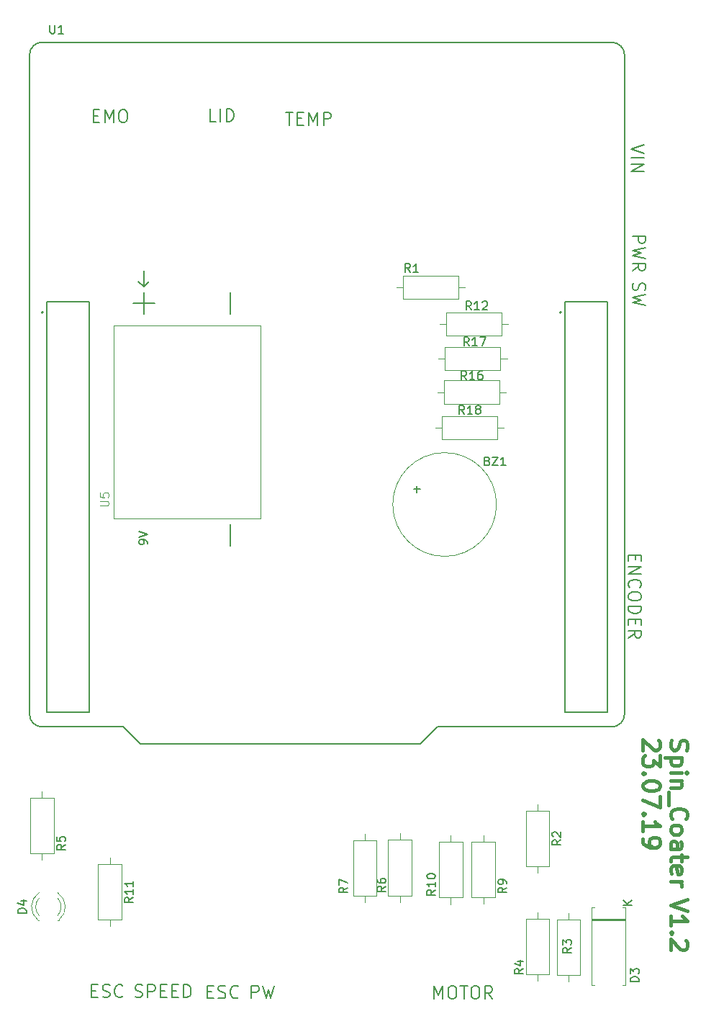
<source format=gbr>
%TF.GenerationSoftware,KiCad,Pcbnew,(7.0.0-0)*%
%TF.CreationDate,2023-07-19T10:46:02+09:00*%
%TF.ProjectId,Spct,53706374-2e6b-4696-9361-645f70636258,rev?*%
%TF.SameCoordinates,PX2540608PY1ee3f58*%
%TF.FileFunction,Legend,Top*%
%TF.FilePolarity,Positive*%
%FSLAX46Y46*%
G04 Gerber Fmt 4.6, Leading zero omitted, Abs format (unit mm)*
G04 Created by KiCad (PCBNEW (7.0.0-0)) date 2023-07-19 10:46:02*
%MOMM*%
%LPD*%
G01*
G04 APERTURE LIST*
%ADD10C,0.200000*%
%ADD11C,0.400000*%
%ADD12C,0.100000*%
%ADD13C,0.150000*%
%ADD14C,0.120000*%
%ADD15C,0.127000*%
G04 APERTURE END LIST*
D10*
X79199028Y-12354257D02*
X77699028Y-12854257D01*
X77699028Y-12854257D02*
X79199028Y-13354257D01*
X77699028Y-13854256D02*
X79199028Y-13854256D01*
X77699028Y-14568542D02*
X79199028Y-14568542D01*
X79199028Y-14568542D02*
X77699028Y-15425685D01*
X77699028Y-15425685D02*
X79199028Y-15425685D01*
D11*
X82413076Y-82340752D02*
X82317838Y-82626466D01*
X82317838Y-82626466D02*
X82317838Y-83102657D01*
X82317838Y-83102657D02*
X82413076Y-83293133D01*
X82413076Y-83293133D02*
X82508314Y-83388371D01*
X82508314Y-83388371D02*
X82698790Y-83483609D01*
X82698790Y-83483609D02*
X82889266Y-83483609D01*
X82889266Y-83483609D02*
X83079742Y-83388371D01*
X83079742Y-83388371D02*
X83174980Y-83293133D01*
X83174980Y-83293133D02*
X83270219Y-83102657D01*
X83270219Y-83102657D02*
X83365457Y-82721704D01*
X83365457Y-82721704D02*
X83460695Y-82531228D01*
X83460695Y-82531228D02*
X83555933Y-82435990D01*
X83555933Y-82435990D02*
X83746409Y-82340752D01*
X83746409Y-82340752D02*
X83936885Y-82340752D01*
X83936885Y-82340752D02*
X84127361Y-82435990D01*
X84127361Y-82435990D02*
X84222600Y-82531228D01*
X84222600Y-82531228D02*
X84317838Y-82721704D01*
X84317838Y-82721704D02*
X84317838Y-83197895D01*
X84317838Y-83197895D02*
X84222600Y-83483609D01*
X83651171Y-84340752D02*
X81651171Y-84340752D01*
X83555933Y-84340752D02*
X83651171Y-84531228D01*
X83651171Y-84531228D02*
X83651171Y-84912181D01*
X83651171Y-84912181D02*
X83555933Y-85102657D01*
X83555933Y-85102657D02*
X83460695Y-85197895D01*
X83460695Y-85197895D02*
X83270219Y-85293133D01*
X83270219Y-85293133D02*
X82698790Y-85293133D01*
X82698790Y-85293133D02*
X82508314Y-85197895D01*
X82508314Y-85197895D02*
X82413076Y-85102657D01*
X82413076Y-85102657D02*
X82317838Y-84912181D01*
X82317838Y-84912181D02*
X82317838Y-84531228D01*
X82317838Y-84531228D02*
X82413076Y-84340752D01*
X82317838Y-86150276D02*
X83651171Y-86150276D01*
X84317838Y-86150276D02*
X84222600Y-86055038D01*
X84222600Y-86055038D02*
X84127361Y-86150276D01*
X84127361Y-86150276D02*
X84222600Y-86245514D01*
X84222600Y-86245514D02*
X84317838Y-86150276D01*
X84317838Y-86150276D02*
X84127361Y-86150276D01*
X83651171Y-87102657D02*
X82317838Y-87102657D01*
X83460695Y-87102657D02*
X83555933Y-87197895D01*
X83555933Y-87197895D02*
X83651171Y-87388371D01*
X83651171Y-87388371D02*
X83651171Y-87674086D01*
X83651171Y-87674086D02*
X83555933Y-87864562D01*
X83555933Y-87864562D02*
X83365457Y-87959800D01*
X83365457Y-87959800D02*
X82317838Y-87959800D01*
X82127361Y-88435991D02*
X82127361Y-89959800D01*
X82508314Y-91578848D02*
X82413076Y-91483610D01*
X82413076Y-91483610D02*
X82317838Y-91197896D01*
X82317838Y-91197896D02*
X82317838Y-91007420D01*
X82317838Y-91007420D02*
X82413076Y-90721705D01*
X82413076Y-90721705D02*
X82603552Y-90531229D01*
X82603552Y-90531229D02*
X82794028Y-90435991D01*
X82794028Y-90435991D02*
X83174980Y-90340753D01*
X83174980Y-90340753D02*
X83460695Y-90340753D01*
X83460695Y-90340753D02*
X83841647Y-90435991D01*
X83841647Y-90435991D02*
X84032123Y-90531229D01*
X84032123Y-90531229D02*
X84222600Y-90721705D01*
X84222600Y-90721705D02*
X84317838Y-91007420D01*
X84317838Y-91007420D02*
X84317838Y-91197896D01*
X84317838Y-91197896D02*
X84222600Y-91483610D01*
X84222600Y-91483610D02*
X84127361Y-91578848D01*
X82317838Y-92721705D02*
X82413076Y-92531229D01*
X82413076Y-92531229D02*
X82508314Y-92435991D01*
X82508314Y-92435991D02*
X82698790Y-92340753D01*
X82698790Y-92340753D02*
X83270219Y-92340753D01*
X83270219Y-92340753D02*
X83460695Y-92435991D01*
X83460695Y-92435991D02*
X83555933Y-92531229D01*
X83555933Y-92531229D02*
X83651171Y-92721705D01*
X83651171Y-92721705D02*
X83651171Y-93007420D01*
X83651171Y-93007420D02*
X83555933Y-93197896D01*
X83555933Y-93197896D02*
X83460695Y-93293134D01*
X83460695Y-93293134D02*
X83270219Y-93388372D01*
X83270219Y-93388372D02*
X82698790Y-93388372D01*
X82698790Y-93388372D02*
X82508314Y-93293134D01*
X82508314Y-93293134D02*
X82413076Y-93197896D01*
X82413076Y-93197896D02*
X82317838Y-93007420D01*
X82317838Y-93007420D02*
X82317838Y-92721705D01*
X82317838Y-95102658D02*
X83365457Y-95102658D01*
X83365457Y-95102658D02*
X83555933Y-95007420D01*
X83555933Y-95007420D02*
X83651171Y-94816944D01*
X83651171Y-94816944D02*
X83651171Y-94435991D01*
X83651171Y-94435991D02*
X83555933Y-94245515D01*
X82413076Y-95102658D02*
X82317838Y-94912182D01*
X82317838Y-94912182D02*
X82317838Y-94435991D01*
X82317838Y-94435991D02*
X82413076Y-94245515D01*
X82413076Y-94245515D02*
X82603552Y-94150277D01*
X82603552Y-94150277D02*
X82794028Y-94150277D01*
X82794028Y-94150277D02*
X82984504Y-94245515D01*
X82984504Y-94245515D02*
X83079742Y-94435991D01*
X83079742Y-94435991D02*
X83079742Y-94912182D01*
X83079742Y-94912182D02*
X83174980Y-95102658D01*
X83651171Y-95769325D02*
X83651171Y-96531229D01*
X84317838Y-96055039D02*
X82603552Y-96055039D01*
X82603552Y-96055039D02*
X82413076Y-96150277D01*
X82413076Y-96150277D02*
X82317838Y-96340753D01*
X82317838Y-96340753D02*
X82317838Y-96531229D01*
X82413076Y-97959801D02*
X82317838Y-97769325D01*
X82317838Y-97769325D02*
X82317838Y-97388372D01*
X82317838Y-97388372D02*
X82413076Y-97197896D01*
X82413076Y-97197896D02*
X82603552Y-97102658D01*
X82603552Y-97102658D02*
X83365457Y-97102658D01*
X83365457Y-97102658D02*
X83555933Y-97197896D01*
X83555933Y-97197896D02*
X83651171Y-97388372D01*
X83651171Y-97388372D02*
X83651171Y-97769325D01*
X83651171Y-97769325D02*
X83555933Y-97959801D01*
X83555933Y-97959801D02*
X83365457Y-98055039D01*
X83365457Y-98055039D02*
X83174980Y-98055039D01*
X83174980Y-98055039D02*
X82984504Y-97102658D01*
X82317838Y-98912182D02*
X83651171Y-98912182D01*
X83270219Y-98912182D02*
X83460695Y-99007420D01*
X83460695Y-99007420D02*
X83555933Y-99102658D01*
X83555933Y-99102658D02*
X83651171Y-99293134D01*
X83651171Y-99293134D02*
X83651171Y-99483611D01*
X84317838Y-101064563D02*
X82317838Y-101731229D01*
X82317838Y-101731229D02*
X84317838Y-102397896D01*
X82317838Y-104112182D02*
X82317838Y-102969325D01*
X82317838Y-103540753D02*
X84317838Y-103540753D01*
X84317838Y-103540753D02*
X84032123Y-103350277D01*
X84032123Y-103350277D02*
X83841647Y-103159801D01*
X83841647Y-103159801D02*
X83746409Y-102969325D01*
X82508314Y-104969325D02*
X82413076Y-105064563D01*
X82413076Y-105064563D02*
X82317838Y-104969325D01*
X82317838Y-104969325D02*
X82413076Y-104874087D01*
X82413076Y-104874087D02*
X82508314Y-104969325D01*
X82508314Y-104969325D02*
X82317838Y-104969325D01*
X84127361Y-105826468D02*
X84222600Y-105921706D01*
X84222600Y-105921706D02*
X84317838Y-106112182D01*
X84317838Y-106112182D02*
X84317838Y-106588373D01*
X84317838Y-106588373D02*
X84222600Y-106778849D01*
X84222600Y-106778849D02*
X84127361Y-106874087D01*
X84127361Y-106874087D02*
X83936885Y-106969325D01*
X83936885Y-106969325D02*
X83746409Y-106969325D01*
X83746409Y-106969325D02*
X83460695Y-106874087D01*
X83460695Y-106874087D02*
X82317838Y-105731230D01*
X82317838Y-105731230D02*
X82317838Y-106969325D01*
X80887361Y-82340752D02*
X80982600Y-82435990D01*
X80982600Y-82435990D02*
X81077838Y-82626466D01*
X81077838Y-82626466D02*
X81077838Y-83102657D01*
X81077838Y-83102657D02*
X80982600Y-83293133D01*
X80982600Y-83293133D02*
X80887361Y-83388371D01*
X80887361Y-83388371D02*
X80696885Y-83483609D01*
X80696885Y-83483609D02*
X80506409Y-83483609D01*
X80506409Y-83483609D02*
X80220695Y-83388371D01*
X80220695Y-83388371D02*
X79077838Y-82245514D01*
X79077838Y-82245514D02*
X79077838Y-83483609D01*
X81077838Y-84150276D02*
X81077838Y-85388371D01*
X81077838Y-85388371D02*
X80315933Y-84721704D01*
X80315933Y-84721704D02*
X80315933Y-85007419D01*
X80315933Y-85007419D02*
X80220695Y-85197895D01*
X80220695Y-85197895D02*
X80125457Y-85293133D01*
X80125457Y-85293133D02*
X79934980Y-85388371D01*
X79934980Y-85388371D02*
X79458790Y-85388371D01*
X79458790Y-85388371D02*
X79268314Y-85293133D01*
X79268314Y-85293133D02*
X79173076Y-85197895D01*
X79173076Y-85197895D02*
X79077838Y-85007419D01*
X79077838Y-85007419D02*
X79077838Y-84435990D01*
X79077838Y-84435990D02*
X79173076Y-84245514D01*
X79173076Y-84245514D02*
X79268314Y-84150276D01*
X79268314Y-86245514D02*
X79173076Y-86340752D01*
X79173076Y-86340752D02*
X79077838Y-86245514D01*
X79077838Y-86245514D02*
X79173076Y-86150276D01*
X79173076Y-86150276D02*
X79268314Y-86245514D01*
X79268314Y-86245514D02*
X79077838Y-86245514D01*
X81077838Y-87578847D02*
X81077838Y-87769324D01*
X81077838Y-87769324D02*
X80982600Y-87959800D01*
X80982600Y-87959800D02*
X80887361Y-88055038D01*
X80887361Y-88055038D02*
X80696885Y-88150276D01*
X80696885Y-88150276D02*
X80315933Y-88245514D01*
X80315933Y-88245514D02*
X79839742Y-88245514D01*
X79839742Y-88245514D02*
X79458790Y-88150276D01*
X79458790Y-88150276D02*
X79268314Y-88055038D01*
X79268314Y-88055038D02*
X79173076Y-87959800D01*
X79173076Y-87959800D02*
X79077838Y-87769324D01*
X79077838Y-87769324D02*
X79077838Y-87578847D01*
X79077838Y-87578847D02*
X79173076Y-87388371D01*
X79173076Y-87388371D02*
X79268314Y-87293133D01*
X79268314Y-87293133D02*
X79458790Y-87197895D01*
X79458790Y-87197895D02*
X79839742Y-87102657D01*
X79839742Y-87102657D02*
X80315933Y-87102657D01*
X80315933Y-87102657D02*
X80696885Y-87197895D01*
X80696885Y-87197895D02*
X80887361Y-87293133D01*
X80887361Y-87293133D02*
X80982600Y-87388371D01*
X80982600Y-87388371D02*
X81077838Y-87578847D01*
X81077838Y-88912181D02*
X81077838Y-90245514D01*
X81077838Y-90245514D02*
X79077838Y-89388371D01*
X79268314Y-91007419D02*
X79173076Y-91102657D01*
X79173076Y-91102657D02*
X79077838Y-91007419D01*
X79077838Y-91007419D02*
X79173076Y-90912181D01*
X79173076Y-90912181D02*
X79268314Y-91007419D01*
X79268314Y-91007419D02*
X79077838Y-91007419D01*
X79077838Y-93007419D02*
X79077838Y-91864562D01*
X79077838Y-92435990D02*
X81077838Y-92435990D01*
X81077838Y-92435990D02*
X80792123Y-92245514D01*
X80792123Y-92245514D02*
X80601647Y-92055038D01*
X80601647Y-92055038D02*
X80506409Y-91864562D01*
X79077838Y-93959800D02*
X79077838Y-94340752D01*
X79077838Y-94340752D02*
X79173076Y-94531229D01*
X79173076Y-94531229D02*
X79268314Y-94626467D01*
X79268314Y-94626467D02*
X79554028Y-94816943D01*
X79554028Y-94816943D02*
X79934980Y-94912181D01*
X79934980Y-94912181D02*
X80696885Y-94912181D01*
X80696885Y-94912181D02*
X80887361Y-94816943D01*
X80887361Y-94816943D02*
X80982600Y-94721705D01*
X80982600Y-94721705D02*
X81077838Y-94531229D01*
X81077838Y-94531229D02*
X81077838Y-94150276D01*
X81077838Y-94150276D02*
X80982600Y-93959800D01*
X80982600Y-93959800D02*
X80887361Y-93864562D01*
X80887361Y-93864562D02*
X80696885Y-93769324D01*
X80696885Y-93769324D02*
X80220695Y-93769324D01*
X80220695Y-93769324D02*
X80030219Y-93864562D01*
X80030219Y-93864562D02*
X79934980Y-93959800D01*
X79934980Y-93959800D02*
X79839742Y-94150276D01*
X79839742Y-94150276D02*
X79839742Y-94531229D01*
X79839742Y-94531229D02*
X79934980Y-94721705D01*
X79934980Y-94721705D02*
X80030219Y-94816943D01*
X80030219Y-94816943D02*
X80220695Y-94912181D01*
D10*
X78179942Y-60574542D02*
X78179942Y-61074542D01*
X77394228Y-61288828D02*
X77394228Y-60574542D01*
X77394228Y-60574542D02*
X78894228Y-60574542D01*
X78894228Y-60574542D02*
X78894228Y-61288828D01*
X77394228Y-61931685D02*
X78894228Y-61931685D01*
X78894228Y-61931685D02*
X77394228Y-62788828D01*
X77394228Y-62788828D02*
X78894228Y-62788828D01*
X77537085Y-64360257D02*
X77465657Y-64288829D01*
X77465657Y-64288829D02*
X77394228Y-64074543D01*
X77394228Y-64074543D02*
X77394228Y-63931686D01*
X77394228Y-63931686D02*
X77465657Y-63717400D01*
X77465657Y-63717400D02*
X77608514Y-63574543D01*
X77608514Y-63574543D02*
X77751371Y-63503114D01*
X77751371Y-63503114D02*
X78037085Y-63431686D01*
X78037085Y-63431686D02*
X78251371Y-63431686D01*
X78251371Y-63431686D02*
X78537085Y-63503114D01*
X78537085Y-63503114D02*
X78679942Y-63574543D01*
X78679942Y-63574543D02*
X78822800Y-63717400D01*
X78822800Y-63717400D02*
X78894228Y-63931686D01*
X78894228Y-63931686D02*
X78894228Y-64074543D01*
X78894228Y-64074543D02*
X78822800Y-64288829D01*
X78822800Y-64288829D02*
X78751371Y-64360257D01*
X78894228Y-65288829D02*
X78894228Y-65574543D01*
X78894228Y-65574543D02*
X78822800Y-65717400D01*
X78822800Y-65717400D02*
X78679942Y-65860257D01*
X78679942Y-65860257D02*
X78394228Y-65931686D01*
X78394228Y-65931686D02*
X77894228Y-65931686D01*
X77894228Y-65931686D02*
X77608514Y-65860257D01*
X77608514Y-65860257D02*
X77465657Y-65717400D01*
X77465657Y-65717400D02*
X77394228Y-65574543D01*
X77394228Y-65574543D02*
X77394228Y-65288829D01*
X77394228Y-65288829D02*
X77465657Y-65145972D01*
X77465657Y-65145972D02*
X77608514Y-65003114D01*
X77608514Y-65003114D02*
X77894228Y-64931686D01*
X77894228Y-64931686D02*
X78394228Y-64931686D01*
X78394228Y-64931686D02*
X78679942Y-65003114D01*
X78679942Y-65003114D02*
X78822800Y-65145972D01*
X78822800Y-65145972D02*
X78894228Y-65288829D01*
X77394228Y-66574543D02*
X78894228Y-66574543D01*
X78894228Y-66574543D02*
X78894228Y-66931686D01*
X78894228Y-66931686D02*
X78822800Y-67145972D01*
X78822800Y-67145972D02*
X78679942Y-67288829D01*
X78679942Y-67288829D02*
X78537085Y-67360258D01*
X78537085Y-67360258D02*
X78251371Y-67431686D01*
X78251371Y-67431686D02*
X78037085Y-67431686D01*
X78037085Y-67431686D02*
X77751371Y-67360258D01*
X77751371Y-67360258D02*
X77608514Y-67288829D01*
X77608514Y-67288829D02*
X77465657Y-67145972D01*
X77465657Y-67145972D02*
X77394228Y-66931686D01*
X77394228Y-66931686D02*
X77394228Y-66574543D01*
X78179942Y-68074543D02*
X78179942Y-68574543D01*
X77394228Y-68788829D02*
X77394228Y-68074543D01*
X77394228Y-68074543D02*
X78894228Y-68074543D01*
X78894228Y-68074543D02*
X78894228Y-68788829D01*
X77394228Y-70288829D02*
X78108514Y-69788829D01*
X77394228Y-69431686D02*
X78894228Y-69431686D01*
X78894228Y-69431686D02*
X78894228Y-70003115D01*
X78894228Y-70003115D02*
X78822800Y-70145972D01*
X78822800Y-70145972D02*
X78751371Y-70217401D01*
X78751371Y-70217401D02*
X78608514Y-70288829D01*
X78608514Y-70288829D02*
X78394228Y-70288829D01*
X78394228Y-70288829D02*
X78251371Y-70217401D01*
X78251371Y-70217401D02*
X78179942Y-70145972D01*
X78179942Y-70145972D02*
X78108514Y-70003115D01*
X78108514Y-70003115D02*
X78108514Y-69431686D01*
X14229742Y-111784857D02*
X14729742Y-111784857D01*
X14944028Y-112570571D02*
X14229742Y-112570571D01*
X14229742Y-112570571D02*
X14229742Y-111070571D01*
X14229742Y-111070571D02*
X14944028Y-111070571D01*
X15515457Y-112499142D02*
X15729743Y-112570571D01*
X15729743Y-112570571D02*
X16086885Y-112570571D01*
X16086885Y-112570571D02*
X16229743Y-112499142D01*
X16229743Y-112499142D02*
X16301171Y-112427714D01*
X16301171Y-112427714D02*
X16372600Y-112284857D01*
X16372600Y-112284857D02*
X16372600Y-112142000D01*
X16372600Y-112142000D02*
X16301171Y-111999142D01*
X16301171Y-111999142D02*
X16229743Y-111927714D01*
X16229743Y-111927714D02*
X16086885Y-111856285D01*
X16086885Y-111856285D02*
X15801171Y-111784857D01*
X15801171Y-111784857D02*
X15658314Y-111713428D01*
X15658314Y-111713428D02*
X15586885Y-111642000D01*
X15586885Y-111642000D02*
X15515457Y-111499142D01*
X15515457Y-111499142D02*
X15515457Y-111356285D01*
X15515457Y-111356285D02*
X15586885Y-111213428D01*
X15586885Y-111213428D02*
X15658314Y-111142000D01*
X15658314Y-111142000D02*
X15801171Y-111070571D01*
X15801171Y-111070571D02*
X16158314Y-111070571D01*
X16158314Y-111070571D02*
X16372600Y-111142000D01*
X17872599Y-112427714D02*
X17801171Y-112499142D01*
X17801171Y-112499142D02*
X17586885Y-112570571D01*
X17586885Y-112570571D02*
X17444028Y-112570571D01*
X17444028Y-112570571D02*
X17229742Y-112499142D01*
X17229742Y-112499142D02*
X17086885Y-112356285D01*
X17086885Y-112356285D02*
X17015456Y-112213428D01*
X17015456Y-112213428D02*
X16944028Y-111927714D01*
X16944028Y-111927714D02*
X16944028Y-111713428D01*
X16944028Y-111713428D02*
X17015456Y-111427714D01*
X17015456Y-111427714D02*
X17086885Y-111284857D01*
X17086885Y-111284857D02*
X17229742Y-111142000D01*
X17229742Y-111142000D02*
X17444028Y-111070571D01*
X17444028Y-111070571D02*
X17586885Y-111070571D01*
X17586885Y-111070571D02*
X17801171Y-111142000D01*
X17801171Y-111142000D02*
X17872599Y-111213428D01*
X19344028Y-112499142D02*
X19558314Y-112570571D01*
X19558314Y-112570571D02*
X19915456Y-112570571D01*
X19915456Y-112570571D02*
X20058314Y-112499142D01*
X20058314Y-112499142D02*
X20129742Y-112427714D01*
X20129742Y-112427714D02*
X20201171Y-112284857D01*
X20201171Y-112284857D02*
X20201171Y-112142000D01*
X20201171Y-112142000D02*
X20129742Y-111999142D01*
X20129742Y-111999142D02*
X20058314Y-111927714D01*
X20058314Y-111927714D02*
X19915456Y-111856285D01*
X19915456Y-111856285D02*
X19629742Y-111784857D01*
X19629742Y-111784857D02*
X19486885Y-111713428D01*
X19486885Y-111713428D02*
X19415456Y-111642000D01*
X19415456Y-111642000D02*
X19344028Y-111499142D01*
X19344028Y-111499142D02*
X19344028Y-111356285D01*
X19344028Y-111356285D02*
X19415456Y-111213428D01*
X19415456Y-111213428D02*
X19486885Y-111142000D01*
X19486885Y-111142000D02*
X19629742Y-111070571D01*
X19629742Y-111070571D02*
X19986885Y-111070571D01*
X19986885Y-111070571D02*
X20201171Y-111142000D01*
X20844027Y-112570571D02*
X20844027Y-111070571D01*
X20844027Y-111070571D02*
X21415456Y-111070571D01*
X21415456Y-111070571D02*
X21558313Y-111142000D01*
X21558313Y-111142000D02*
X21629742Y-111213428D01*
X21629742Y-111213428D02*
X21701170Y-111356285D01*
X21701170Y-111356285D02*
X21701170Y-111570571D01*
X21701170Y-111570571D02*
X21629742Y-111713428D01*
X21629742Y-111713428D02*
X21558313Y-111784857D01*
X21558313Y-111784857D02*
X21415456Y-111856285D01*
X21415456Y-111856285D02*
X20844027Y-111856285D01*
X22344027Y-111784857D02*
X22844027Y-111784857D01*
X23058313Y-112570571D02*
X22344027Y-112570571D01*
X22344027Y-112570571D02*
X22344027Y-111070571D01*
X22344027Y-111070571D02*
X23058313Y-111070571D01*
X23701170Y-111784857D02*
X24201170Y-111784857D01*
X24415456Y-112570571D02*
X23701170Y-112570571D01*
X23701170Y-112570571D02*
X23701170Y-111070571D01*
X23701170Y-111070571D02*
X24415456Y-111070571D01*
X25058313Y-112570571D02*
X25058313Y-111070571D01*
X25058313Y-111070571D02*
X25415456Y-111070571D01*
X25415456Y-111070571D02*
X25629742Y-111142000D01*
X25629742Y-111142000D02*
X25772599Y-111284857D01*
X25772599Y-111284857D02*
X25844028Y-111427714D01*
X25844028Y-111427714D02*
X25915456Y-111713428D01*
X25915456Y-111713428D02*
X25915456Y-111927714D01*
X25915456Y-111927714D02*
X25844028Y-112213428D01*
X25844028Y-112213428D02*
X25772599Y-112356285D01*
X25772599Y-112356285D02*
X25629742Y-112499142D01*
X25629742Y-112499142D02*
X25415456Y-112570571D01*
X25415456Y-112570571D02*
X25058313Y-112570571D01*
X54514142Y-112722971D02*
X54514142Y-111222971D01*
X54514142Y-111222971D02*
X55014142Y-112294400D01*
X55014142Y-112294400D02*
X55514142Y-111222971D01*
X55514142Y-111222971D02*
X55514142Y-112722971D01*
X56514143Y-111222971D02*
X56799857Y-111222971D01*
X56799857Y-111222971D02*
X56942714Y-111294400D01*
X56942714Y-111294400D02*
X57085571Y-111437257D01*
X57085571Y-111437257D02*
X57157000Y-111722971D01*
X57157000Y-111722971D02*
X57157000Y-112222971D01*
X57157000Y-112222971D02*
X57085571Y-112508685D01*
X57085571Y-112508685D02*
X56942714Y-112651542D01*
X56942714Y-112651542D02*
X56799857Y-112722971D01*
X56799857Y-112722971D02*
X56514143Y-112722971D01*
X56514143Y-112722971D02*
X56371286Y-112651542D01*
X56371286Y-112651542D02*
X56228428Y-112508685D01*
X56228428Y-112508685D02*
X56157000Y-112222971D01*
X56157000Y-112222971D02*
X56157000Y-111722971D01*
X56157000Y-111722971D02*
X56228428Y-111437257D01*
X56228428Y-111437257D02*
X56371286Y-111294400D01*
X56371286Y-111294400D02*
X56514143Y-111222971D01*
X57585572Y-111222971D02*
X58442715Y-111222971D01*
X58014143Y-112722971D02*
X58014143Y-111222971D01*
X59228429Y-111222971D02*
X59514143Y-111222971D01*
X59514143Y-111222971D02*
X59657000Y-111294400D01*
X59657000Y-111294400D02*
X59799857Y-111437257D01*
X59799857Y-111437257D02*
X59871286Y-111722971D01*
X59871286Y-111722971D02*
X59871286Y-112222971D01*
X59871286Y-112222971D02*
X59799857Y-112508685D01*
X59799857Y-112508685D02*
X59657000Y-112651542D01*
X59657000Y-112651542D02*
X59514143Y-112722971D01*
X59514143Y-112722971D02*
X59228429Y-112722971D01*
X59228429Y-112722971D02*
X59085572Y-112651542D01*
X59085572Y-112651542D02*
X58942714Y-112508685D01*
X58942714Y-112508685D02*
X58871286Y-112222971D01*
X58871286Y-112222971D02*
X58871286Y-111722971D01*
X58871286Y-111722971D02*
X58942714Y-111437257D01*
X58942714Y-111437257D02*
X59085572Y-111294400D01*
X59085572Y-111294400D02*
X59228429Y-111222971D01*
X61371286Y-112722971D02*
X60871286Y-112008685D01*
X60514143Y-112722971D02*
X60514143Y-111222971D01*
X60514143Y-111222971D02*
X61085572Y-111222971D01*
X61085572Y-111222971D02*
X61228429Y-111294400D01*
X61228429Y-111294400D02*
X61299858Y-111365828D01*
X61299858Y-111365828D02*
X61371286Y-111508685D01*
X61371286Y-111508685D02*
X61371286Y-111722971D01*
X61371286Y-111722971D02*
X61299858Y-111865828D01*
X61299858Y-111865828D02*
X61228429Y-111937257D01*
X61228429Y-111937257D02*
X61085572Y-112008685D01*
X61085572Y-112008685D02*
X60514143Y-112008685D01*
X27844142Y-111886457D02*
X28344142Y-111886457D01*
X28558428Y-112672171D02*
X27844142Y-112672171D01*
X27844142Y-112672171D02*
X27844142Y-111172171D01*
X27844142Y-111172171D02*
X28558428Y-111172171D01*
X29129857Y-112600742D02*
X29344143Y-112672171D01*
X29344143Y-112672171D02*
X29701285Y-112672171D01*
X29701285Y-112672171D02*
X29844143Y-112600742D01*
X29844143Y-112600742D02*
X29915571Y-112529314D01*
X29915571Y-112529314D02*
X29987000Y-112386457D01*
X29987000Y-112386457D02*
X29987000Y-112243600D01*
X29987000Y-112243600D02*
X29915571Y-112100742D01*
X29915571Y-112100742D02*
X29844143Y-112029314D01*
X29844143Y-112029314D02*
X29701285Y-111957885D01*
X29701285Y-111957885D02*
X29415571Y-111886457D01*
X29415571Y-111886457D02*
X29272714Y-111815028D01*
X29272714Y-111815028D02*
X29201285Y-111743600D01*
X29201285Y-111743600D02*
X29129857Y-111600742D01*
X29129857Y-111600742D02*
X29129857Y-111457885D01*
X29129857Y-111457885D02*
X29201285Y-111315028D01*
X29201285Y-111315028D02*
X29272714Y-111243600D01*
X29272714Y-111243600D02*
X29415571Y-111172171D01*
X29415571Y-111172171D02*
X29772714Y-111172171D01*
X29772714Y-111172171D02*
X29987000Y-111243600D01*
X31486999Y-112529314D02*
X31415571Y-112600742D01*
X31415571Y-112600742D02*
X31201285Y-112672171D01*
X31201285Y-112672171D02*
X31058428Y-112672171D01*
X31058428Y-112672171D02*
X30844142Y-112600742D01*
X30844142Y-112600742D02*
X30701285Y-112457885D01*
X30701285Y-112457885D02*
X30629856Y-112315028D01*
X30629856Y-112315028D02*
X30558428Y-112029314D01*
X30558428Y-112029314D02*
X30558428Y-111815028D01*
X30558428Y-111815028D02*
X30629856Y-111529314D01*
X30629856Y-111529314D02*
X30701285Y-111386457D01*
X30701285Y-111386457D02*
X30844142Y-111243600D01*
X30844142Y-111243600D02*
X31058428Y-111172171D01*
X31058428Y-111172171D02*
X31201285Y-111172171D01*
X31201285Y-111172171D02*
X31415571Y-111243600D01*
X31415571Y-111243600D02*
X31486999Y-111315028D01*
X33029856Y-112672171D02*
X33029856Y-111172171D01*
X33029856Y-111172171D02*
X33601285Y-111172171D01*
X33601285Y-111172171D02*
X33744142Y-111243600D01*
X33744142Y-111243600D02*
X33815571Y-111315028D01*
X33815571Y-111315028D02*
X33886999Y-111457885D01*
X33886999Y-111457885D02*
X33886999Y-111672171D01*
X33886999Y-111672171D02*
X33815571Y-111815028D01*
X33815571Y-111815028D02*
X33744142Y-111886457D01*
X33744142Y-111886457D02*
X33601285Y-111957885D01*
X33601285Y-111957885D02*
X33029856Y-111957885D01*
X34386999Y-111172171D02*
X34744142Y-112672171D01*
X34744142Y-112672171D02*
X35029856Y-111600742D01*
X35029856Y-111600742D02*
X35315571Y-112672171D01*
X35315571Y-112672171D02*
X35672714Y-111172171D01*
X77851428Y-23033342D02*
X79351428Y-23033342D01*
X79351428Y-23033342D02*
X79351428Y-23604771D01*
X79351428Y-23604771D02*
X79280000Y-23747628D01*
X79280000Y-23747628D02*
X79208571Y-23819057D01*
X79208571Y-23819057D02*
X79065714Y-23890485D01*
X79065714Y-23890485D02*
X78851428Y-23890485D01*
X78851428Y-23890485D02*
X78708571Y-23819057D01*
X78708571Y-23819057D02*
X78637142Y-23747628D01*
X78637142Y-23747628D02*
X78565714Y-23604771D01*
X78565714Y-23604771D02*
X78565714Y-23033342D01*
X79351428Y-24390485D02*
X77851428Y-24747628D01*
X77851428Y-24747628D02*
X78922857Y-25033342D01*
X78922857Y-25033342D02*
X77851428Y-25319057D01*
X77851428Y-25319057D02*
X79351428Y-25676200D01*
X77851428Y-27104771D02*
X78565714Y-26604771D01*
X77851428Y-26247628D02*
X79351428Y-26247628D01*
X79351428Y-26247628D02*
X79351428Y-26819057D01*
X79351428Y-26819057D02*
X79280000Y-26961914D01*
X79280000Y-26961914D02*
X79208571Y-27033343D01*
X79208571Y-27033343D02*
X79065714Y-27104771D01*
X79065714Y-27104771D02*
X78851428Y-27104771D01*
X78851428Y-27104771D02*
X78708571Y-27033343D01*
X78708571Y-27033343D02*
X78637142Y-26961914D01*
X78637142Y-26961914D02*
X78565714Y-26819057D01*
X78565714Y-26819057D02*
X78565714Y-26247628D01*
X77922857Y-28576200D02*
X77851428Y-28790486D01*
X77851428Y-28790486D02*
X77851428Y-29147628D01*
X77851428Y-29147628D02*
X77922857Y-29290486D01*
X77922857Y-29290486D02*
X77994285Y-29361914D01*
X77994285Y-29361914D02*
X78137142Y-29433343D01*
X78137142Y-29433343D02*
X78280000Y-29433343D01*
X78280000Y-29433343D02*
X78422857Y-29361914D01*
X78422857Y-29361914D02*
X78494285Y-29290486D01*
X78494285Y-29290486D02*
X78565714Y-29147628D01*
X78565714Y-29147628D02*
X78637142Y-28861914D01*
X78637142Y-28861914D02*
X78708571Y-28719057D01*
X78708571Y-28719057D02*
X78780000Y-28647628D01*
X78780000Y-28647628D02*
X78922857Y-28576200D01*
X78922857Y-28576200D02*
X79065714Y-28576200D01*
X79065714Y-28576200D02*
X79208571Y-28647628D01*
X79208571Y-28647628D02*
X79280000Y-28719057D01*
X79280000Y-28719057D02*
X79351428Y-28861914D01*
X79351428Y-28861914D02*
X79351428Y-29219057D01*
X79351428Y-29219057D02*
X79280000Y-29433343D01*
X79351428Y-29933342D02*
X77851428Y-30290485D01*
X77851428Y-30290485D02*
X78922857Y-30576199D01*
X78922857Y-30576199D02*
X77851428Y-30861914D01*
X77851428Y-30861914D02*
X79351428Y-31219057D01*
X14432942Y-8914857D02*
X14932942Y-8914857D01*
X15147228Y-9700571D02*
X14432942Y-9700571D01*
X14432942Y-9700571D02*
X14432942Y-8200571D01*
X14432942Y-8200571D02*
X15147228Y-8200571D01*
X15790085Y-9700571D02*
X15790085Y-8200571D01*
X15790085Y-8200571D02*
X16290085Y-9272000D01*
X16290085Y-9272000D02*
X16790085Y-8200571D01*
X16790085Y-8200571D02*
X16790085Y-9700571D01*
X17790086Y-8200571D02*
X18075800Y-8200571D01*
X18075800Y-8200571D02*
X18218657Y-8272000D01*
X18218657Y-8272000D02*
X18361514Y-8414857D01*
X18361514Y-8414857D02*
X18432943Y-8700571D01*
X18432943Y-8700571D02*
X18432943Y-9200571D01*
X18432943Y-9200571D02*
X18361514Y-9486285D01*
X18361514Y-9486285D02*
X18218657Y-9629142D01*
X18218657Y-9629142D02*
X18075800Y-9700571D01*
X18075800Y-9700571D02*
X17790086Y-9700571D01*
X17790086Y-9700571D02*
X17647229Y-9629142D01*
X17647229Y-9629142D02*
X17504371Y-9486285D01*
X17504371Y-9486285D02*
X17432943Y-9200571D01*
X17432943Y-9200571D02*
X17432943Y-8700571D01*
X17432943Y-8700571D02*
X17504371Y-8414857D01*
X17504371Y-8414857D02*
X17647229Y-8272000D01*
X17647229Y-8272000D02*
X17790086Y-8200571D01*
X28863228Y-9598971D02*
X28148942Y-9598971D01*
X28148942Y-9598971D02*
X28148942Y-8098971D01*
X29363228Y-9598971D02*
X29363228Y-8098971D01*
X30077514Y-9598971D02*
X30077514Y-8098971D01*
X30077514Y-8098971D02*
X30434657Y-8098971D01*
X30434657Y-8098971D02*
X30648943Y-8170400D01*
X30648943Y-8170400D02*
X30791800Y-8313257D01*
X30791800Y-8313257D02*
X30863229Y-8456114D01*
X30863229Y-8456114D02*
X30934657Y-8741828D01*
X30934657Y-8741828D02*
X30934657Y-8956114D01*
X30934657Y-8956114D02*
X30863229Y-9241828D01*
X30863229Y-9241828D02*
X30791800Y-9384685D01*
X30791800Y-9384685D02*
X30648943Y-9527542D01*
X30648943Y-9527542D02*
X30434657Y-9598971D01*
X30434657Y-9598971D02*
X30077514Y-9598971D01*
X37078657Y-8505371D02*
X37935800Y-8505371D01*
X37507228Y-10005371D02*
X37507228Y-8505371D01*
X38435799Y-9219657D02*
X38935799Y-9219657D01*
X39150085Y-10005371D02*
X38435799Y-10005371D01*
X38435799Y-10005371D02*
X38435799Y-8505371D01*
X38435799Y-8505371D02*
X39150085Y-8505371D01*
X39792942Y-10005371D02*
X39792942Y-8505371D01*
X39792942Y-8505371D02*
X40292942Y-9576800D01*
X40292942Y-9576800D02*
X40792942Y-8505371D01*
X40792942Y-8505371D02*
X40792942Y-10005371D01*
X41507228Y-10005371D02*
X41507228Y-8505371D01*
X41507228Y-8505371D02*
X42078657Y-8505371D01*
X42078657Y-8505371D02*
X42221514Y-8576800D01*
X42221514Y-8576800D02*
X42292943Y-8648228D01*
X42292943Y-8648228D02*
X42364371Y-8791085D01*
X42364371Y-8791085D02*
X42364371Y-9005371D01*
X42364371Y-9005371D02*
X42292943Y-9148228D01*
X42292943Y-9148228D02*
X42221514Y-9219657D01*
X42221514Y-9219657D02*
X42078657Y-9291085D01*
X42078657Y-9291085D02*
X41507228Y-9291085D01*
D12*
%TO.C,U5*%
X15206380Y-54770904D02*
X16015904Y-54770904D01*
X16015904Y-54770904D02*
X16111142Y-54723285D01*
X16111142Y-54723285D02*
X16158761Y-54675666D01*
X16158761Y-54675666D02*
X16206380Y-54580428D01*
X16206380Y-54580428D02*
X16206380Y-54389952D01*
X16206380Y-54389952D02*
X16158761Y-54294714D01*
X16158761Y-54294714D02*
X16111142Y-54247095D01*
X16111142Y-54247095D02*
X16015904Y-54199476D01*
X16015904Y-54199476D02*
X15206380Y-54199476D01*
X15206380Y-53247095D02*
X15206380Y-53723285D01*
X15206380Y-53723285D02*
X15682571Y-53770904D01*
X15682571Y-53770904D02*
X15634952Y-53723285D01*
X15634952Y-53723285D02*
X15587333Y-53628047D01*
X15587333Y-53628047D02*
X15587333Y-53389952D01*
X15587333Y-53389952D02*
X15634952Y-53294714D01*
X15634952Y-53294714D02*
X15682571Y-53247095D01*
X15682571Y-53247095D02*
X15777809Y-53199476D01*
X15777809Y-53199476D02*
X16015904Y-53199476D01*
X16015904Y-53199476D02*
X16111142Y-53247095D01*
X16111142Y-53247095D02*
X16158761Y-53294714D01*
X16158761Y-53294714D02*
X16206380Y-53389952D01*
X16206380Y-53389952D02*
X16206380Y-53628047D01*
X16206380Y-53628047D02*
X16158761Y-53723285D01*
X16158761Y-53723285D02*
X16111142Y-53770904D01*
D10*
X20792380Y-59207785D02*
X20792380Y-59017309D01*
X20792380Y-59017309D02*
X20744761Y-58922071D01*
X20744761Y-58922071D02*
X20697142Y-58874452D01*
X20697142Y-58874452D02*
X20554285Y-58779214D01*
X20554285Y-58779214D02*
X20363809Y-58731595D01*
X20363809Y-58731595D02*
X19982857Y-58731595D01*
X19982857Y-58731595D02*
X19887619Y-58779214D01*
X19887619Y-58779214D02*
X19840000Y-58826833D01*
X19840000Y-58826833D02*
X19792380Y-58922071D01*
X19792380Y-58922071D02*
X19792380Y-59112547D01*
X19792380Y-59112547D02*
X19840000Y-59207785D01*
X19840000Y-59207785D02*
X19887619Y-59255404D01*
X19887619Y-59255404D02*
X19982857Y-59303023D01*
X19982857Y-59303023D02*
X20220952Y-59303023D01*
X20220952Y-59303023D02*
X20316190Y-59255404D01*
X20316190Y-59255404D02*
X20363809Y-59207785D01*
X20363809Y-59207785D02*
X20411428Y-59112547D01*
X20411428Y-59112547D02*
X20411428Y-58922071D01*
X20411428Y-58922071D02*
X20363809Y-58826833D01*
X20363809Y-58826833D02*
X20316190Y-58779214D01*
X20316190Y-58779214D02*
X20220952Y-58731595D01*
X19792380Y-58445880D02*
X20792380Y-58112547D01*
X20792380Y-58112547D02*
X19792380Y-57779214D01*
D13*
%TO.C,R1*%
X51697333Y-27301380D02*
X51364000Y-26825190D01*
X51125905Y-27301380D02*
X51125905Y-26301380D01*
X51125905Y-26301380D02*
X51506857Y-26301380D01*
X51506857Y-26301380D02*
X51602095Y-26349000D01*
X51602095Y-26349000D02*
X51649714Y-26396619D01*
X51649714Y-26396619D02*
X51697333Y-26491857D01*
X51697333Y-26491857D02*
X51697333Y-26634714D01*
X51697333Y-26634714D02*
X51649714Y-26729952D01*
X51649714Y-26729952D02*
X51602095Y-26777571D01*
X51602095Y-26777571D02*
X51506857Y-26825190D01*
X51506857Y-26825190D02*
X51125905Y-26825190D01*
X52649714Y-27301380D02*
X52078286Y-27301380D01*
X52364000Y-27301380D02*
X52364000Y-26301380D01*
X52364000Y-26301380D02*
X52268762Y-26444238D01*
X52268762Y-26444238D02*
X52173524Y-26539476D01*
X52173524Y-26539476D02*
X52078286Y-26587095D01*
%TO.C,R7*%
X44331380Y-99650666D02*
X43855190Y-99983999D01*
X44331380Y-100222094D02*
X43331380Y-100222094D01*
X43331380Y-100222094D02*
X43331380Y-99841142D01*
X43331380Y-99841142D02*
X43379000Y-99745904D01*
X43379000Y-99745904D02*
X43426619Y-99698285D01*
X43426619Y-99698285D02*
X43521857Y-99650666D01*
X43521857Y-99650666D02*
X43664714Y-99650666D01*
X43664714Y-99650666D02*
X43759952Y-99698285D01*
X43759952Y-99698285D02*
X43807571Y-99745904D01*
X43807571Y-99745904D02*
X43855190Y-99841142D01*
X43855190Y-99841142D02*
X43855190Y-100222094D01*
X43331380Y-99317332D02*
X43331380Y-98650666D01*
X43331380Y-98650666D02*
X44331380Y-99079237D01*
%TO.C,R11*%
X19104380Y-100818857D02*
X18628190Y-101152190D01*
X19104380Y-101390285D02*
X18104380Y-101390285D01*
X18104380Y-101390285D02*
X18104380Y-101009333D01*
X18104380Y-101009333D02*
X18152000Y-100914095D01*
X18152000Y-100914095D02*
X18199619Y-100866476D01*
X18199619Y-100866476D02*
X18294857Y-100818857D01*
X18294857Y-100818857D02*
X18437714Y-100818857D01*
X18437714Y-100818857D02*
X18532952Y-100866476D01*
X18532952Y-100866476D02*
X18580571Y-100914095D01*
X18580571Y-100914095D02*
X18628190Y-101009333D01*
X18628190Y-101009333D02*
X18628190Y-101390285D01*
X19104380Y-99866476D02*
X19104380Y-100437904D01*
X19104380Y-100152190D02*
X18104380Y-100152190D01*
X18104380Y-100152190D02*
X18247238Y-100247428D01*
X18247238Y-100247428D02*
X18342476Y-100342666D01*
X18342476Y-100342666D02*
X18390095Y-100437904D01*
X19104380Y-98914095D02*
X19104380Y-99485523D01*
X19104380Y-99199809D02*
X18104380Y-99199809D01*
X18104380Y-99199809D02*
X18247238Y-99295047D01*
X18247238Y-99295047D02*
X18342476Y-99390285D01*
X18342476Y-99390285D02*
X18390095Y-99485523D01*
%TO.C,R6*%
X48831380Y-99500666D02*
X48355190Y-99833999D01*
X48831380Y-100072094D02*
X47831380Y-100072094D01*
X47831380Y-100072094D02*
X47831380Y-99691142D01*
X47831380Y-99691142D02*
X47879000Y-99595904D01*
X47879000Y-99595904D02*
X47926619Y-99548285D01*
X47926619Y-99548285D02*
X48021857Y-99500666D01*
X48021857Y-99500666D02*
X48164714Y-99500666D01*
X48164714Y-99500666D02*
X48259952Y-99548285D01*
X48259952Y-99548285D02*
X48307571Y-99595904D01*
X48307571Y-99595904D02*
X48355190Y-99691142D01*
X48355190Y-99691142D02*
X48355190Y-100072094D01*
X47831380Y-98643523D02*
X47831380Y-98833999D01*
X47831380Y-98833999D02*
X47879000Y-98929237D01*
X47879000Y-98929237D02*
X47926619Y-98976856D01*
X47926619Y-98976856D02*
X48069476Y-99072094D01*
X48069476Y-99072094D02*
X48259952Y-99119713D01*
X48259952Y-99119713D02*
X48640904Y-99119713D01*
X48640904Y-99119713D02*
X48736142Y-99072094D01*
X48736142Y-99072094D02*
X48783761Y-99024475D01*
X48783761Y-99024475D02*
X48831380Y-98929237D01*
X48831380Y-98929237D02*
X48831380Y-98738761D01*
X48831380Y-98738761D02*
X48783761Y-98643523D01*
X48783761Y-98643523D02*
X48736142Y-98595904D01*
X48736142Y-98595904D02*
X48640904Y-98548285D01*
X48640904Y-98548285D02*
X48402809Y-98548285D01*
X48402809Y-98548285D02*
X48307571Y-98595904D01*
X48307571Y-98595904D02*
X48259952Y-98643523D01*
X48259952Y-98643523D02*
X48212333Y-98738761D01*
X48212333Y-98738761D02*
X48212333Y-98929237D01*
X48212333Y-98929237D02*
X48259952Y-99024475D01*
X48259952Y-99024475D02*
X48307571Y-99072094D01*
X48307571Y-99072094D02*
X48402809Y-99119713D01*
%TO.C,R12*%
X58871142Y-31726380D02*
X58537809Y-31250190D01*
X58299714Y-31726380D02*
X58299714Y-30726380D01*
X58299714Y-30726380D02*
X58680666Y-30726380D01*
X58680666Y-30726380D02*
X58775904Y-30774000D01*
X58775904Y-30774000D02*
X58823523Y-30821619D01*
X58823523Y-30821619D02*
X58871142Y-30916857D01*
X58871142Y-30916857D02*
X58871142Y-31059714D01*
X58871142Y-31059714D02*
X58823523Y-31154952D01*
X58823523Y-31154952D02*
X58775904Y-31202571D01*
X58775904Y-31202571D02*
X58680666Y-31250190D01*
X58680666Y-31250190D02*
X58299714Y-31250190D01*
X59823523Y-31726380D02*
X59252095Y-31726380D01*
X59537809Y-31726380D02*
X59537809Y-30726380D01*
X59537809Y-30726380D02*
X59442571Y-30869238D01*
X59442571Y-30869238D02*
X59347333Y-30964476D01*
X59347333Y-30964476D02*
X59252095Y-31012095D01*
X60204476Y-30821619D02*
X60252095Y-30774000D01*
X60252095Y-30774000D02*
X60347333Y-30726380D01*
X60347333Y-30726380D02*
X60585428Y-30726380D01*
X60585428Y-30726380D02*
X60680666Y-30774000D01*
X60680666Y-30774000D02*
X60728285Y-30821619D01*
X60728285Y-30821619D02*
X60775904Y-30916857D01*
X60775904Y-30916857D02*
X60775904Y-31012095D01*
X60775904Y-31012095D02*
X60728285Y-31154952D01*
X60728285Y-31154952D02*
X60156857Y-31726380D01*
X60156857Y-31726380D02*
X60775904Y-31726380D01*
%TO.C,R4*%
X65006380Y-109175666D02*
X64530190Y-109508999D01*
X65006380Y-109747094D02*
X64006380Y-109747094D01*
X64006380Y-109747094D02*
X64006380Y-109366142D01*
X64006380Y-109366142D02*
X64054000Y-109270904D01*
X64054000Y-109270904D02*
X64101619Y-109223285D01*
X64101619Y-109223285D02*
X64196857Y-109175666D01*
X64196857Y-109175666D02*
X64339714Y-109175666D01*
X64339714Y-109175666D02*
X64434952Y-109223285D01*
X64434952Y-109223285D02*
X64482571Y-109270904D01*
X64482571Y-109270904D02*
X64530190Y-109366142D01*
X64530190Y-109366142D02*
X64530190Y-109747094D01*
X64339714Y-108318523D02*
X65006380Y-108318523D01*
X63958761Y-108556618D02*
X64673047Y-108794713D01*
X64673047Y-108794713D02*
X64673047Y-108175666D01*
%TO.C,R16*%
X58321142Y-39926380D02*
X57987809Y-39450190D01*
X57749714Y-39926380D02*
X57749714Y-38926380D01*
X57749714Y-38926380D02*
X58130666Y-38926380D01*
X58130666Y-38926380D02*
X58225904Y-38974000D01*
X58225904Y-38974000D02*
X58273523Y-39021619D01*
X58273523Y-39021619D02*
X58321142Y-39116857D01*
X58321142Y-39116857D02*
X58321142Y-39259714D01*
X58321142Y-39259714D02*
X58273523Y-39354952D01*
X58273523Y-39354952D02*
X58225904Y-39402571D01*
X58225904Y-39402571D02*
X58130666Y-39450190D01*
X58130666Y-39450190D02*
X57749714Y-39450190D01*
X59273523Y-39926380D02*
X58702095Y-39926380D01*
X58987809Y-39926380D02*
X58987809Y-38926380D01*
X58987809Y-38926380D02*
X58892571Y-39069238D01*
X58892571Y-39069238D02*
X58797333Y-39164476D01*
X58797333Y-39164476D02*
X58702095Y-39212095D01*
X60130666Y-38926380D02*
X59940190Y-38926380D01*
X59940190Y-38926380D02*
X59844952Y-38974000D01*
X59844952Y-38974000D02*
X59797333Y-39021619D01*
X59797333Y-39021619D02*
X59702095Y-39164476D01*
X59702095Y-39164476D02*
X59654476Y-39354952D01*
X59654476Y-39354952D02*
X59654476Y-39735904D01*
X59654476Y-39735904D02*
X59702095Y-39831142D01*
X59702095Y-39831142D02*
X59749714Y-39878761D01*
X59749714Y-39878761D02*
X59844952Y-39926380D01*
X59844952Y-39926380D02*
X60035428Y-39926380D01*
X60035428Y-39926380D02*
X60130666Y-39878761D01*
X60130666Y-39878761D02*
X60178285Y-39831142D01*
X60178285Y-39831142D02*
X60225904Y-39735904D01*
X60225904Y-39735904D02*
X60225904Y-39497809D01*
X60225904Y-39497809D02*
X60178285Y-39402571D01*
X60178285Y-39402571D02*
X60130666Y-39354952D01*
X60130666Y-39354952D02*
X60035428Y-39307333D01*
X60035428Y-39307333D02*
X59844952Y-39307333D01*
X59844952Y-39307333D02*
X59749714Y-39354952D01*
X59749714Y-39354952D02*
X59702095Y-39402571D01*
X59702095Y-39402571D02*
X59654476Y-39497809D01*
%TO.C,U1*%
X9327295Y1759620D02*
X9327295Y950096D01*
X9327295Y950096D02*
X9374914Y854858D01*
X9374914Y854858D02*
X9422533Y807239D01*
X9422533Y807239D02*
X9517771Y759620D01*
X9517771Y759620D02*
X9708247Y759620D01*
X9708247Y759620D02*
X9803485Y807239D01*
X9803485Y807239D02*
X9851104Y854858D01*
X9851104Y854858D02*
X9898723Y950096D01*
X9898723Y950096D02*
X9898723Y1759620D01*
X10898723Y759620D02*
X10327295Y759620D01*
X10613009Y759620D02*
X10613009Y1759620D01*
X10613009Y1759620D02*
X10517771Y1616762D01*
X10517771Y1616762D02*
X10422533Y1521524D01*
X10422533Y1521524D02*
X10327295Y1473905D01*
%TO.C,R3*%
X70656380Y-106725666D02*
X70180190Y-107058999D01*
X70656380Y-107297094D02*
X69656380Y-107297094D01*
X69656380Y-107297094D02*
X69656380Y-106916142D01*
X69656380Y-106916142D02*
X69704000Y-106820904D01*
X69704000Y-106820904D02*
X69751619Y-106773285D01*
X69751619Y-106773285D02*
X69846857Y-106725666D01*
X69846857Y-106725666D02*
X69989714Y-106725666D01*
X69989714Y-106725666D02*
X70084952Y-106773285D01*
X70084952Y-106773285D02*
X70132571Y-106820904D01*
X70132571Y-106820904D02*
X70180190Y-106916142D01*
X70180190Y-106916142D02*
X70180190Y-107297094D01*
X69656380Y-106392332D02*
X69656380Y-105773285D01*
X69656380Y-105773285D02*
X70037333Y-106106618D01*
X70037333Y-106106618D02*
X70037333Y-105963761D01*
X70037333Y-105963761D02*
X70084952Y-105868523D01*
X70084952Y-105868523D02*
X70132571Y-105820904D01*
X70132571Y-105820904D02*
X70227809Y-105773285D01*
X70227809Y-105773285D02*
X70465904Y-105773285D01*
X70465904Y-105773285D02*
X70561142Y-105820904D01*
X70561142Y-105820904D02*
X70608761Y-105868523D01*
X70608761Y-105868523D02*
X70656380Y-105963761D01*
X70656380Y-105963761D02*
X70656380Y-106249475D01*
X70656380Y-106249475D02*
X70608761Y-106344713D01*
X70608761Y-106344713D02*
X70561142Y-106392332D01*
%TO.C,R2*%
X69426380Y-94055666D02*
X68950190Y-94388999D01*
X69426380Y-94627094D02*
X68426380Y-94627094D01*
X68426380Y-94627094D02*
X68426380Y-94246142D01*
X68426380Y-94246142D02*
X68474000Y-94150904D01*
X68474000Y-94150904D02*
X68521619Y-94103285D01*
X68521619Y-94103285D02*
X68616857Y-94055666D01*
X68616857Y-94055666D02*
X68759714Y-94055666D01*
X68759714Y-94055666D02*
X68854952Y-94103285D01*
X68854952Y-94103285D02*
X68902571Y-94150904D01*
X68902571Y-94150904D02*
X68950190Y-94246142D01*
X68950190Y-94246142D02*
X68950190Y-94627094D01*
X68521619Y-93674713D02*
X68474000Y-93627094D01*
X68474000Y-93627094D02*
X68426380Y-93531856D01*
X68426380Y-93531856D02*
X68426380Y-93293761D01*
X68426380Y-93293761D02*
X68474000Y-93198523D01*
X68474000Y-93198523D02*
X68521619Y-93150904D01*
X68521619Y-93150904D02*
X68616857Y-93103285D01*
X68616857Y-93103285D02*
X68712095Y-93103285D01*
X68712095Y-93103285D02*
X68854952Y-93150904D01*
X68854952Y-93150904D02*
X69426380Y-93722332D01*
X69426380Y-93722332D02*
X69426380Y-93103285D01*
%TO.C,BZ1*%
X60794447Y-49494571D02*
X60937304Y-49542190D01*
X60937304Y-49542190D02*
X60984923Y-49589809D01*
X60984923Y-49589809D02*
X61032542Y-49685047D01*
X61032542Y-49685047D02*
X61032542Y-49827904D01*
X61032542Y-49827904D02*
X60984923Y-49923142D01*
X60984923Y-49923142D02*
X60937304Y-49970761D01*
X60937304Y-49970761D02*
X60842066Y-50018380D01*
X60842066Y-50018380D02*
X60461114Y-50018380D01*
X60461114Y-50018380D02*
X60461114Y-49018380D01*
X60461114Y-49018380D02*
X60794447Y-49018380D01*
X60794447Y-49018380D02*
X60889685Y-49066000D01*
X60889685Y-49066000D02*
X60937304Y-49113619D01*
X60937304Y-49113619D02*
X60984923Y-49208857D01*
X60984923Y-49208857D02*
X60984923Y-49304095D01*
X60984923Y-49304095D02*
X60937304Y-49399333D01*
X60937304Y-49399333D02*
X60889685Y-49446952D01*
X60889685Y-49446952D02*
X60794447Y-49494571D01*
X60794447Y-49494571D02*
X60461114Y-49494571D01*
X61365876Y-49018380D02*
X62032542Y-49018380D01*
X62032542Y-49018380D02*
X61365876Y-50018380D01*
X61365876Y-50018380D02*
X62032542Y-50018380D01*
X62937304Y-50018380D02*
X62365876Y-50018380D01*
X62651590Y-50018380D02*
X62651590Y-49018380D01*
X62651590Y-49018380D02*
X62556352Y-49161238D01*
X62556352Y-49161238D02*
X62461114Y-49256476D01*
X62461114Y-49256476D02*
X62365876Y-49304095D01*
X52122048Y-52796428D02*
X52883953Y-52796428D01*
X52503000Y-53177380D02*
X52503000Y-52415476D01*
%TO.C,D3*%
X78606380Y-110697094D02*
X77606380Y-110697094D01*
X77606380Y-110697094D02*
X77606380Y-110458999D01*
X77606380Y-110458999D02*
X77654000Y-110316142D01*
X77654000Y-110316142D02*
X77749238Y-110220904D01*
X77749238Y-110220904D02*
X77844476Y-110173285D01*
X77844476Y-110173285D02*
X78034952Y-110125666D01*
X78034952Y-110125666D02*
X78177809Y-110125666D01*
X78177809Y-110125666D02*
X78368285Y-110173285D01*
X78368285Y-110173285D02*
X78463523Y-110220904D01*
X78463523Y-110220904D02*
X78558761Y-110316142D01*
X78558761Y-110316142D02*
X78606380Y-110458999D01*
X78606380Y-110458999D02*
X78606380Y-110697094D01*
X77606380Y-109792332D02*
X77606380Y-109173285D01*
X77606380Y-109173285D02*
X77987333Y-109506618D01*
X77987333Y-109506618D02*
X77987333Y-109363761D01*
X77987333Y-109363761D02*
X78034952Y-109268523D01*
X78034952Y-109268523D02*
X78082571Y-109220904D01*
X78082571Y-109220904D02*
X78177809Y-109173285D01*
X78177809Y-109173285D02*
X78415904Y-109173285D01*
X78415904Y-109173285D02*
X78511142Y-109220904D01*
X78511142Y-109220904D02*
X78558761Y-109268523D01*
X78558761Y-109268523D02*
X78606380Y-109363761D01*
X78606380Y-109363761D02*
X78606380Y-109649475D01*
X78606380Y-109649475D02*
X78558761Y-109744713D01*
X78558761Y-109744713D02*
X78511142Y-109792332D01*
X77808380Y-101707904D02*
X76808380Y-101707904D01*
X77808380Y-101136476D02*
X77236952Y-101565047D01*
X76808380Y-101136476D02*
X77379809Y-101707904D01*
%TO.C,D4*%
X6546380Y-102652094D02*
X5546380Y-102652094D01*
X5546380Y-102652094D02*
X5546380Y-102413999D01*
X5546380Y-102413999D02*
X5594000Y-102271142D01*
X5594000Y-102271142D02*
X5689238Y-102175904D01*
X5689238Y-102175904D02*
X5784476Y-102128285D01*
X5784476Y-102128285D02*
X5974952Y-102080666D01*
X5974952Y-102080666D02*
X6117809Y-102080666D01*
X6117809Y-102080666D02*
X6308285Y-102128285D01*
X6308285Y-102128285D02*
X6403523Y-102175904D01*
X6403523Y-102175904D02*
X6498761Y-102271142D01*
X6498761Y-102271142D02*
X6546380Y-102413999D01*
X6546380Y-102413999D02*
X6546380Y-102652094D01*
X5879714Y-101223523D02*
X6546380Y-101223523D01*
X5498761Y-101461618D02*
X6213047Y-101699713D01*
X6213047Y-101699713D02*
X6213047Y-101080666D01*
%TO.C,R17*%
X58621142Y-35951380D02*
X58287809Y-35475190D01*
X58049714Y-35951380D02*
X58049714Y-34951380D01*
X58049714Y-34951380D02*
X58430666Y-34951380D01*
X58430666Y-34951380D02*
X58525904Y-34999000D01*
X58525904Y-34999000D02*
X58573523Y-35046619D01*
X58573523Y-35046619D02*
X58621142Y-35141857D01*
X58621142Y-35141857D02*
X58621142Y-35284714D01*
X58621142Y-35284714D02*
X58573523Y-35379952D01*
X58573523Y-35379952D02*
X58525904Y-35427571D01*
X58525904Y-35427571D02*
X58430666Y-35475190D01*
X58430666Y-35475190D02*
X58049714Y-35475190D01*
X59573523Y-35951380D02*
X59002095Y-35951380D01*
X59287809Y-35951380D02*
X59287809Y-34951380D01*
X59287809Y-34951380D02*
X59192571Y-35094238D01*
X59192571Y-35094238D02*
X59097333Y-35189476D01*
X59097333Y-35189476D02*
X59002095Y-35237095D01*
X59906857Y-34951380D02*
X60573523Y-34951380D01*
X60573523Y-34951380D02*
X60144952Y-35951380D01*
%TO.C,R9*%
X63046380Y-99650666D02*
X62570190Y-99983999D01*
X63046380Y-100222094D02*
X62046380Y-100222094D01*
X62046380Y-100222094D02*
X62046380Y-99841142D01*
X62046380Y-99841142D02*
X62094000Y-99745904D01*
X62094000Y-99745904D02*
X62141619Y-99698285D01*
X62141619Y-99698285D02*
X62236857Y-99650666D01*
X62236857Y-99650666D02*
X62379714Y-99650666D01*
X62379714Y-99650666D02*
X62474952Y-99698285D01*
X62474952Y-99698285D02*
X62522571Y-99745904D01*
X62522571Y-99745904D02*
X62570190Y-99841142D01*
X62570190Y-99841142D02*
X62570190Y-100222094D01*
X63046380Y-99174475D02*
X63046380Y-98983999D01*
X63046380Y-98983999D02*
X62998761Y-98888761D01*
X62998761Y-98888761D02*
X62951142Y-98841142D01*
X62951142Y-98841142D02*
X62808285Y-98745904D01*
X62808285Y-98745904D02*
X62617809Y-98698285D01*
X62617809Y-98698285D02*
X62236857Y-98698285D01*
X62236857Y-98698285D02*
X62141619Y-98745904D01*
X62141619Y-98745904D02*
X62094000Y-98793523D01*
X62094000Y-98793523D02*
X62046380Y-98888761D01*
X62046380Y-98888761D02*
X62046380Y-99079237D01*
X62046380Y-99079237D02*
X62094000Y-99174475D01*
X62094000Y-99174475D02*
X62141619Y-99222094D01*
X62141619Y-99222094D02*
X62236857Y-99269713D01*
X62236857Y-99269713D02*
X62474952Y-99269713D01*
X62474952Y-99269713D02*
X62570190Y-99222094D01*
X62570190Y-99222094D02*
X62617809Y-99174475D01*
X62617809Y-99174475D02*
X62665428Y-99079237D01*
X62665428Y-99079237D02*
X62665428Y-98888761D01*
X62665428Y-98888761D02*
X62617809Y-98793523D01*
X62617809Y-98793523D02*
X62570190Y-98745904D01*
X62570190Y-98745904D02*
X62474952Y-98698285D01*
%TO.C,R18*%
X58071142Y-43976380D02*
X57737809Y-43500190D01*
X57499714Y-43976380D02*
X57499714Y-42976380D01*
X57499714Y-42976380D02*
X57880666Y-42976380D01*
X57880666Y-42976380D02*
X57975904Y-43024000D01*
X57975904Y-43024000D02*
X58023523Y-43071619D01*
X58023523Y-43071619D02*
X58071142Y-43166857D01*
X58071142Y-43166857D02*
X58071142Y-43309714D01*
X58071142Y-43309714D02*
X58023523Y-43404952D01*
X58023523Y-43404952D02*
X57975904Y-43452571D01*
X57975904Y-43452571D02*
X57880666Y-43500190D01*
X57880666Y-43500190D02*
X57499714Y-43500190D01*
X59023523Y-43976380D02*
X58452095Y-43976380D01*
X58737809Y-43976380D02*
X58737809Y-42976380D01*
X58737809Y-42976380D02*
X58642571Y-43119238D01*
X58642571Y-43119238D02*
X58547333Y-43214476D01*
X58547333Y-43214476D02*
X58452095Y-43262095D01*
X59594952Y-43404952D02*
X59499714Y-43357333D01*
X59499714Y-43357333D02*
X59452095Y-43309714D01*
X59452095Y-43309714D02*
X59404476Y-43214476D01*
X59404476Y-43214476D02*
X59404476Y-43166857D01*
X59404476Y-43166857D02*
X59452095Y-43071619D01*
X59452095Y-43071619D02*
X59499714Y-43024000D01*
X59499714Y-43024000D02*
X59594952Y-42976380D01*
X59594952Y-42976380D02*
X59785428Y-42976380D01*
X59785428Y-42976380D02*
X59880666Y-43024000D01*
X59880666Y-43024000D02*
X59928285Y-43071619D01*
X59928285Y-43071619D02*
X59975904Y-43166857D01*
X59975904Y-43166857D02*
X59975904Y-43214476D01*
X59975904Y-43214476D02*
X59928285Y-43309714D01*
X59928285Y-43309714D02*
X59880666Y-43357333D01*
X59880666Y-43357333D02*
X59785428Y-43404952D01*
X59785428Y-43404952D02*
X59594952Y-43404952D01*
X59594952Y-43404952D02*
X59499714Y-43452571D01*
X59499714Y-43452571D02*
X59452095Y-43500190D01*
X59452095Y-43500190D02*
X59404476Y-43595428D01*
X59404476Y-43595428D02*
X59404476Y-43785904D01*
X59404476Y-43785904D02*
X59452095Y-43881142D01*
X59452095Y-43881142D02*
X59499714Y-43928761D01*
X59499714Y-43928761D02*
X59594952Y-43976380D01*
X59594952Y-43976380D02*
X59785428Y-43976380D01*
X59785428Y-43976380D02*
X59880666Y-43928761D01*
X59880666Y-43928761D02*
X59928285Y-43881142D01*
X59928285Y-43881142D02*
X59975904Y-43785904D01*
X59975904Y-43785904D02*
X59975904Y-43595428D01*
X59975904Y-43595428D02*
X59928285Y-43500190D01*
X59928285Y-43500190D02*
X59880666Y-43452571D01*
X59880666Y-43452571D02*
X59785428Y-43404952D01*
%TO.C,R5*%
X11131380Y-94600666D02*
X10655190Y-94933999D01*
X11131380Y-95172094D02*
X10131380Y-95172094D01*
X10131380Y-95172094D02*
X10131380Y-94791142D01*
X10131380Y-94791142D02*
X10179000Y-94695904D01*
X10179000Y-94695904D02*
X10226619Y-94648285D01*
X10226619Y-94648285D02*
X10321857Y-94600666D01*
X10321857Y-94600666D02*
X10464714Y-94600666D01*
X10464714Y-94600666D02*
X10559952Y-94648285D01*
X10559952Y-94648285D02*
X10607571Y-94695904D01*
X10607571Y-94695904D02*
X10655190Y-94791142D01*
X10655190Y-94791142D02*
X10655190Y-95172094D01*
X10131380Y-93695904D02*
X10131380Y-94172094D01*
X10131380Y-94172094D02*
X10607571Y-94219713D01*
X10607571Y-94219713D02*
X10559952Y-94172094D01*
X10559952Y-94172094D02*
X10512333Y-94076856D01*
X10512333Y-94076856D02*
X10512333Y-93838761D01*
X10512333Y-93838761D02*
X10559952Y-93743523D01*
X10559952Y-93743523D02*
X10607571Y-93695904D01*
X10607571Y-93695904D02*
X10702809Y-93648285D01*
X10702809Y-93648285D02*
X10940904Y-93648285D01*
X10940904Y-93648285D02*
X11036142Y-93695904D01*
X11036142Y-93695904D02*
X11083761Y-93743523D01*
X11083761Y-93743523D02*
X11131380Y-93838761D01*
X11131380Y-93838761D02*
X11131380Y-94076856D01*
X11131380Y-94076856D02*
X11083761Y-94172094D01*
X11083761Y-94172094D02*
X11036142Y-94219713D01*
%TO.C,R10*%
X54656380Y-99926857D02*
X54180190Y-100260190D01*
X54656380Y-100498285D02*
X53656380Y-100498285D01*
X53656380Y-100498285D02*
X53656380Y-100117333D01*
X53656380Y-100117333D02*
X53704000Y-100022095D01*
X53704000Y-100022095D02*
X53751619Y-99974476D01*
X53751619Y-99974476D02*
X53846857Y-99926857D01*
X53846857Y-99926857D02*
X53989714Y-99926857D01*
X53989714Y-99926857D02*
X54084952Y-99974476D01*
X54084952Y-99974476D02*
X54132571Y-100022095D01*
X54132571Y-100022095D02*
X54180190Y-100117333D01*
X54180190Y-100117333D02*
X54180190Y-100498285D01*
X54656380Y-98974476D02*
X54656380Y-99545904D01*
X54656380Y-99260190D02*
X53656380Y-99260190D01*
X53656380Y-99260190D02*
X53799238Y-99355428D01*
X53799238Y-99355428D02*
X53894476Y-99450666D01*
X53894476Y-99450666D02*
X53942095Y-99545904D01*
X53656380Y-98355428D02*
X53656380Y-98260190D01*
X53656380Y-98260190D02*
X53704000Y-98164952D01*
X53704000Y-98164952D02*
X53751619Y-98117333D01*
X53751619Y-98117333D02*
X53846857Y-98069714D01*
X53846857Y-98069714D02*
X54037333Y-98022095D01*
X54037333Y-98022095D02*
X54275428Y-98022095D01*
X54275428Y-98022095D02*
X54465904Y-98069714D01*
X54465904Y-98069714D02*
X54561142Y-98117333D01*
X54561142Y-98117333D02*
X54608761Y-98164952D01*
X54608761Y-98164952D02*
X54656380Y-98260190D01*
X54656380Y-98260190D02*
X54656380Y-98355428D01*
X54656380Y-98355428D02*
X54608761Y-98450666D01*
X54608761Y-98450666D02*
X54561142Y-98498285D01*
X54561142Y-98498285D02*
X54465904Y-98545904D01*
X54465904Y-98545904D02*
X54275428Y-98593523D01*
X54275428Y-98593523D02*
X54037333Y-98593523D01*
X54037333Y-98593523D02*
X53846857Y-98545904D01*
X53846857Y-98545904D02*
X53751619Y-98498285D01*
X53751619Y-98498285D02*
X53704000Y-98450666D01*
X53704000Y-98450666D02*
X53656380Y-98355428D01*
D10*
%TO.C,U5*%
X30535000Y-56953500D02*
X30535000Y-59493500D01*
X30535000Y-32188500D02*
X30535000Y-29648500D01*
X19105000Y-30918500D02*
X21645000Y-30918500D01*
X20375000Y-29648500D02*
X20375000Y-32188500D01*
X20375000Y-29013500D02*
X19740000Y-28378500D01*
X20375000Y-29013500D02*
X21010000Y-28378500D01*
X20375000Y-29013500D02*
X20375000Y-27108500D01*
D12*
X19740000Y-28378500D02*
X20375000Y-29013500D01*
X16855000Y-56238500D02*
X34055000Y-56238500D01*
X34055000Y-56238500D02*
X34055000Y-33538500D01*
X34055000Y-33538500D02*
X16855000Y-33538500D01*
X16855000Y-33538500D02*
X16855000Y-56238500D01*
D14*
%TO.C,R1*%
X58142000Y-29083000D02*
X57372000Y-29083000D01*
X57372000Y-30453000D02*
X57372000Y-27713000D01*
X57372000Y-27713000D02*
X50832000Y-27713000D01*
X50832000Y-30453000D02*
X57372000Y-30453000D01*
X50832000Y-27713000D02*
X50832000Y-30453000D01*
X50062000Y-29083000D02*
X50832000Y-29083000D01*
%TO.C,R7*%
X46389000Y-101399000D02*
X46389000Y-100629000D01*
X45019000Y-100629000D02*
X47759000Y-100629000D01*
X47759000Y-100629000D02*
X47759000Y-94089000D01*
X45019000Y-94089000D02*
X45019000Y-100629000D01*
X47759000Y-94089000D02*
X45019000Y-94089000D01*
X46389000Y-93319000D02*
X46389000Y-94089000D01*
%TO.C,R11*%
X16367000Y-96136000D02*
X16367000Y-96906000D01*
X17737000Y-96906000D02*
X14997000Y-96906000D01*
X14997000Y-96906000D02*
X14997000Y-103446000D01*
X17737000Y-103446000D02*
X17737000Y-96906000D01*
X14997000Y-103446000D02*
X17737000Y-103446000D01*
X16367000Y-104216000D02*
X16367000Y-103446000D01*
%TO.C,R6*%
X50489000Y-93269000D02*
X50489000Y-94039000D01*
X51859000Y-94039000D02*
X49119000Y-94039000D01*
X49119000Y-94039000D02*
X49119000Y-100579000D01*
X51859000Y-100579000D02*
X51859000Y-94039000D01*
X49119000Y-100579000D02*
X51859000Y-100579000D01*
X50489000Y-101349000D02*
X50489000Y-100579000D01*
%TO.C,R12*%
X55142000Y-33401000D02*
X55912000Y-33401000D01*
X55912000Y-32031000D02*
X55912000Y-34771000D01*
X55912000Y-34771000D02*
X62452000Y-34771000D01*
X62452000Y-32031000D02*
X55912000Y-32031000D01*
X62452000Y-34771000D02*
X62452000Y-32031000D01*
X63222000Y-33401000D02*
X62452000Y-33401000D01*
%TO.C,R4*%
X66689000Y-110649000D02*
X66689000Y-109879000D01*
X65319000Y-109879000D02*
X68059000Y-109879000D01*
X68059000Y-109879000D02*
X68059000Y-103339000D01*
X65319000Y-103339000D02*
X65319000Y-109879000D01*
X68059000Y-103339000D02*
X65319000Y-103339000D01*
X66689000Y-102569000D02*
X66689000Y-103339000D01*
%TO.C,R16*%
X54888000Y-41402000D02*
X55658000Y-41402000D01*
X55658000Y-40032000D02*
X55658000Y-42772000D01*
X55658000Y-42772000D02*
X62198000Y-42772000D01*
X62198000Y-40032000D02*
X55658000Y-40032000D01*
X62198000Y-42772000D02*
X62198000Y-40032000D01*
X62968000Y-41402000D02*
X62198000Y-41402000D01*
D15*
%TO.C,U1*%
X6914200Y-79258000D02*
X6914200Y-1758000D01*
X8414200Y-258000D02*
X75414200Y-258000D01*
X8934200Y-30728000D02*
X8934200Y-78988000D01*
X8934200Y-78988000D02*
X13934200Y-78988000D01*
X13934200Y-30728000D02*
X8934200Y-30728000D01*
X13934200Y-78988000D02*
X13934200Y-30728000D01*
X17914200Y-80758000D02*
X8414200Y-80758000D01*
X19914200Y-82758000D02*
X17914200Y-80758000D01*
X52914200Y-82758000D02*
X19914200Y-82758000D01*
X54914200Y-80758000D02*
X52914200Y-82758000D01*
X69894200Y-30728000D02*
X69894200Y-78988000D01*
X69894200Y-78988000D02*
X74894200Y-78988000D01*
X74894200Y-30728000D02*
X69894200Y-30728000D01*
X74894200Y-78988000D02*
X74894200Y-30728000D01*
X75414200Y-80758000D02*
X54914200Y-80758000D01*
X76914200Y-1758000D02*
X76914200Y-79258000D01*
X8414200Y-258000D02*
G75*
G03*
X6914200Y-1758000I1J-1500001D01*
G01*
X6914200Y-79258000D02*
G75*
G03*
X8414200Y-80758000I1500001J1D01*
G01*
X76914200Y-1758000D02*
G75*
G03*
X75414200Y-258000I-1500000J0D01*
G01*
X75414200Y-80758000D02*
G75*
G03*
X76914200Y-79258000I0J1500000D01*
G01*
D10*
X8514200Y-31998000D02*
G75*
G03*
X8514200Y-31998000I-100000J0D01*
G01*
X69474200Y-31998000D02*
G75*
G03*
X69474200Y-31998000I-100000J0D01*
G01*
D14*
%TO.C,R3*%
X70342000Y-102613000D02*
X70342000Y-103383000D01*
X71712000Y-103383000D02*
X68972000Y-103383000D01*
X68972000Y-103383000D02*
X68972000Y-109923000D01*
X71712000Y-109923000D02*
X71712000Y-103383000D01*
X68972000Y-109923000D02*
X71712000Y-109923000D01*
X70342000Y-110693000D02*
X70342000Y-109923000D01*
%TO.C,R2*%
X66689000Y-89849000D02*
X66689000Y-90619000D01*
X68059000Y-90619000D02*
X65319000Y-90619000D01*
X65319000Y-90619000D02*
X65319000Y-97159000D01*
X68059000Y-97159000D02*
X68059000Y-90619000D01*
X65319000Y-97159000D02*
X68059000Y-97159000D01*
X66689000Y-97929000D02*
X66689000Y-97159000D01*
%TO.C,BZ1*%
X61853000Y-54610000D02*
G75*
G03*
X61853000Y-54610000I-6100000J0D01*
G01*
%TO.C,D3*%
X77011000Y-101956000D02*
X77011000Y-111096000D01*
X76681000Y-101956000D02*
X77011000Y-101956000D01*
X73401000Y-101956000D02*
X73071000Y-101956000D01*
X73071000Y-101956000D02*
X73071000Y-111096000D01*
X77011000Y-103291000D02*
X73071000Y-103291000D01*
X77011000Y-103411000D02*
X73071000Y-103411000D01*
X77011000Y-103531000D02*
X73071000Y-103531000D01*
X77011000Y-111096000D02*
X76681000Y-111096000D01*
X73071000Y-111096000D02*
X73401000Y-111096000D01*
%TO.C,D4*%
X7903000Y-103474000D02*
X8059000Y-103474000D01*
X10219000Y-103474000D02*
X10375000Y-103474000D01*
X8060392Y-100241666D02*
G75*
G03*
X7903485Y-103473999I1078608J-1672334D01*
G01*
X8059164Y-100872871D02*
G75*
G03*
X8059001Y-102954960I1079836J-1041129D01*
G01*
X10218999Y-102954960D02*
G75*
G03*
X10218836Y-100872871I-1079999J1040960D01*
G01*
X10374515Y-103473999D02*
G75*
G03*
X10217608Y-100241666I-1235515J1559999D01*
G01*
%TO.C,R17*%
X55015000Y-37465000D02*
X55785000Y-37465000D01*
X55785000Y-36095000D02*
X55785000Y-38835000D01*
X55785000Y-38835000D02*
X62325000Y-38835000D01*
X62325000Y-36095000D02*
X55785000Y-36095000D01*
X62325000Y-38835000D02*
X62325000Y-36095000D01*
X63095000Y-37465000D02*
X62325000Y-37465000D01*
%TO.C,R9*%
X60309000Y-93469000D02*
X60309000Y-94239000D01*
X61679000Y-94239000D02*
X58939000Y-94239000D01*
X58939000Y-94239000D02*
X58939000Y-100779000D01*
X61679000Y-100779000D02*
X61679000Y-94239000D01*
X58939000Y-100779000D02*
X61679000Y-100779000D01*
X60309000Y-101549000D02*
X60309000Y-100779000D01*
%TO.C,R18*%
X54634000Y-45593000D02*
X55404000Y-45593000D01*
X55404000Y-44223000D02*
X55404000Y-46963000D01*
X55404000Y-46963000D02*
X61944000Y-46963000D01*
X61944000Y-44223000D02*
X55404000Y-44223000D01*
X61944000Y-46963000D02*
X61944000Y-44223000D01*
X62714000Y-45593000D02*
X61944000Y-45593000D01*
%TO.C,R5*%
X8389000Y-88319000D02*
X8389000Y-89089000D01*
X9759000Y-89089000D02*
X7019000Y-89089000D01*
X7019000Y-89089000D02*
X7019000Y-95629000D01*
X9759000Y-95629000D02*
X9759000Y-89089000D01*
X7019000Y-95629000D02*
X9759000Y-95629000D01*
X8389000Y-96399000D02*
X8389000Y-95629000D01*
%TO.C,R10*%
X56489000Y-101599000D02*
X56489000Y-100829000D01*
X55119000Y-100829000D02*
X57859000Y-100829000D01*
X57859000Y-100829000D02*
X57859000Y-94289000D01*
X55119000Y-94289000D02*
X55119000Y-100829000D01*
X57859000Y-94289000D02*
X55119000Y-94289000D01*
X56489000Y-93519000D02*
X56489000Y-94289000D01*
%TD*%
M02*

</source>
